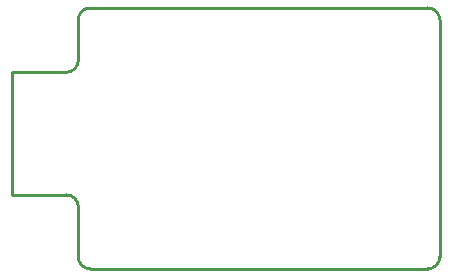
<source format=gko>
G04*
G04 #@! TF.GenerationSoftware,Altium Limited,Altium Designer,18.1.7 (191)*
G04*
G04 Layer_Color=16711935*
%FSLAX25Y25*%
%MOIN*%
G70*
G01*
G75*
%ADD13C,0.01000*%
D13*
X59000Y36700D02*
G03*
X55000Y40700I-4000J0D01*
G01*
Y81500D02*
G03*
X59000Y85500I0J4000D01*
G01*
X179500Y99000D02*
G03*
X175500Y103000I-4000J0D01*
G01*
Y16000D02*
G03*
X179500Y20000I0J4000D01*
G01*
X59000D02*
G03*
X63000Y16000I4000J0D01*
G01*
Y103000D02*
G03*
X59000Y99000I0J-4000D01*
G01*
Y85500D02*
Y99000D01*
X37000Y81500D02*
X55000D01*
X59000Y20000D02*
Y36700D01*
X37000Y40700D02*
X55000D01*
X179500Y20000D02*
Y99000D01*
X63000Y16000D02*
X175500D01*
X63000Y103000D02*
X175500D01*
X37000Y40700D02*
Y81500D01*
M02*

</source>
